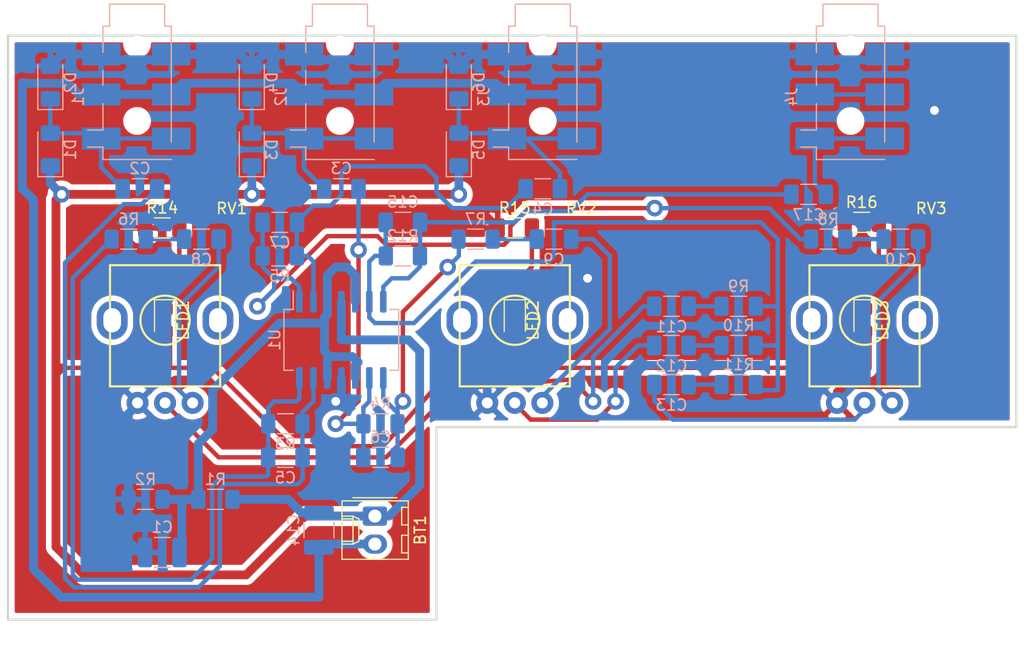
<source format=kicad_pcb>
(kicad_pcb (version 20171130) (host pcbnew 5.1.7-a382d34a8~87~ubuntu20.04.1)
  (layers (0 F.Cu signal) (31 B.Cu signal) (34 B.Paste user) (35 F.Paste user) (36 B.SilkS user) (37 F.SilkS user) (38 B.Mask user) (39 F.Mask user) (44 Edge.Cuts user))
  (net 0 "")
  (net 1 GNDswitch)
  (net 2 GND)
  (net 3 4.5V)
  (net 4 "Net-(C2-Pad1)")
  (net 5 "Net-(C2-Pad2)")
  (net 6 "Net-(C3-Pad2)")
  (net 7 "Net-(C3-Pad1)")
  (net 8 "Net-(C4-Pad1)")
  (net 9 "Net-(C4-Pad2)")
  (net 10 "Net-(C5-Pad1)")
  (net 11 "Net-(C6-Pad1)")
  (net 12 "Net-(C7-Pad1)")
  (net 13 "Net-(C8-Pad2)")
  (net 14 "Net-(C8-Pad1)")
  (net 15 "Net-(C9-Pad1)")
  (net 16 "Net-(C9-Pad2)")
  (net 17 "Net-(C10-Pad1)")
  (net 18 "Net-(C10-Pad2)")
  (net 19 "Net-(C11-Pad1)")
  (net 20 "Net-(C11-Pad2)")
  (net 21 "Net-(C12-Pad2)")
  (net 22 "Net-(C12-Pad1)")
  (net 23 "Net-(C13-Pad1)")
  (net 24 "Net-(C13-Pad2)")
  (net 25 "Net-(C15-Pad2)")
  (net 26 "Net-(C15-Pad1)")
  (net 27 "Net-(C17-Pad2)")
  (net 28 +9V)
  (net 29 "Net-(LED1-Pad1)")
  (net 30 "Net-(LED2-Pad1)")
  (net 31 "Net-(LED3-Pad1)")
  (net 32 "Net-(J4-PadR)")
  (module 3Channel-PiezoAmp:RD901F-ALPHA-3D (layer F.Cu) (at 54.61 80.01)
    (fp_text reference RV1 (at 6.05 -10.15) (layer F.SilkS))
    (fp_text value Pot1)
    (pad 3 thru_hole circle (at -2.5 7.5) (size 2 2) (drill 1) (layers *.Cu *.Mask) (net 2 GND))
    (pad 2 thru_hole circle (at 0 7.5) (size 2 2) (drill 1) (layers *.Cu *.Mask) (net 19 "Net-(C11-Pad1)"))
    (pad 1 thru_hole circle (at 2.5 7.5) (size 2 2) (drill 1) (layers *.Cu *.Mask) (net 13 "Net-(C8-Pad2)"))
    (pad "" thru_hole oval (at -4.8 0) (size 2.8 3.5) (drill oval 1.6 2.2) (layers *.Cu *.Mask))
    (pad "" thru_hole oval (at 4.8 0) (size 2.8 3.5) (drill oval 1.6 2.2) (layers *.Cu *.Mask))
  )
  (module 3Channel-PiezoAmp:RD901F-ALPHA-3D (layer F.Cu) (at 86.36 80.01)
    (fp_text reference RV2 (at 6.05 -10.15) (layer F.SilkS))
    (fp_text value Pot2)
    (pad 3 thru_hole circle (at -2.5 7.5) (size 2 2) (drill 1) (layers *.Cu *.Mask) (net 2 GND))
    (pad 2 thru_hole circle (at 0 7.5) (size 2 2) (drill 1) (layers *.Cu *.Mask) (net 22 "Net-(C12-Pad1)"))
    (pad 1 thru_hole circle (at 2.5 7.5) (size 2 2) (drill 1) (layers *.Cu *.Mask) (net 16 "Net-(C9-Pad2)"))
    (pad "" thru_hole oval (at -4.8 0) (size 2.8 3.5) (drill oval 1.6 2.2) (layers *.Cu *.Mask))
    (pad "" thru_hole oval (at 4.8 0) (size 2.8 3.5) (drill oval 1.6 2.2) (layers *.Cu *.Mask))
  )
  (module 3Channel-PiezoAmp:RD901F-ALPHA-3D (layer F.Cu) (at 118.11 80.01)
    (fp_text reference RV3 (at 6.05 -10.15) (layer F.SilkS))
    (fp_text value Pot3)
    (pad 3 thru_hole circle (at -2.5 7.5) (size 2 2) (drill 1) (layers *.Cu *.Mask) (net 2 GND))
    (pad 2 thru_hole circle (at 0 7.5) (size 2 2) (drill 1) (layers *.Cu *.Mask) (net 23 "Net-(C13-Pad1)"))
    (pad 1 thru_hole circle (at 2.5 7.5) (size 2 2) (drill 1) (layers *.Cu *.Mask) (net 18 "Net-(C10-Pad2)"))
    (pad "" thru_hole oval (at -4.8 0) (size 2.8 3.5) (drill oval 1.6 2.2) (layers *.Cu *.Mask))
    (pad "" thru_hole oval (at 4.8 0) (size 2.8 3.5) (drill oval 1.6 2.2) (layers *.Cu *.Mask))
  )
  (module Connector_Molex:Molex_KK-254_AE-6410-02A_1x02_P2.54mm_Vertical (layer F.Cu) (at 73.66 97.79 270)
    (fp_text reference BT1 (at 1.27 -4.12 90) (layer F.SilkS))
    (fp_text value Battery)
    (pad 1 thru_hole roundrect (at 0 0 270) (size 1.74 2.19) (drill 1.19) (layers *.Cu *.Mask) (roundrect_rratio 0.1436775862068966) (net 28 +9V))
    (pad 2 thru_hole oval (at 2.54 0 270) (size 1.74 2.19) (drill 1.19) (layers *.Cu *.Mask) (net 1 GNDswitch))
  )
  (module Capacitor_SMD:C_1210_3225Metric_Pad1.33x2.70mm_HandSolder (layer B.Cu) (at 54.356 101.092 180)
    (fp_text reference C1 (at 0 2.3) (layer B.SilkS) (effects (justify mirror)))
    (fp_text value 10uF)
    (pad 2 smd roundrect (at 1.5625 0 180) (size 1.325 2.7) (layers B.Cu B.Paste B.Mask) (roundrect_rratio 0.1886784905660377) (net 2 GND))
    (pad 1 smd roundrect (at -1.5625 0 180) (size 1.325 2.7) (layers B.Cu B.Paste B.Mask) (roundrect_rratio 0.1886784905660377) (net 3 4.5V))
  )
  (module Capacitor_SMD:C_1210_3225Metric_Pad1.33x2.70mm_HandSolder (layer B.Cu) (at 68.58 99.06 270)
    (fp_text reference C14 (at 0 2.3 90) (layer B.SilkS) (effects (justify mirror)))
    (fp_text value 100uF)
    (pad 2 smd roundrect (at 1.5625 0 270) (size 1.325 2.7) (layers B.Cu B.Paste B.Mask) (roundrect_rratio 0.1886784905660377) (net 1 GNDswitch))
    (pad 1 smd roundrect (at -1.5625 0 270) (size 1.325 2.7) (layers B.Cu B.Paste B.Mask) (roundrect_rratio 0.1886784905660377) (net 28 +9V))
  )
  (module Diode_SMD:D_1206_3216Metric_Pad1.42x1.75mm_HandSolder (layer B.Cu) (at 44.196 64.516 90)
    (fp_text reference D1 (at 0 1.82 90) (layer B.SilkS) (effects (justify mirror)))
    (fp_text value 1N4148)
    (pad 2 smd roundrect (at 1.4875 0 90) (size 1.425 1.75) (layers B.Cu B.Paste B.Mask) (roundrect_rratio 0.1754385964912281) (net 5 "Net-(C2-Pad2)"))
    (pad 1 smd roundrect (at -1.4875 0 90) (size 1.425 1.75) (layers B.Cu B.Paste B.Mask) (roundrect_rratio 0.1754385964912281) (net 28 +9V))
  )
  (module Diode_SMD:D_1206_3216Metric_Pad1.42x1.75mm_HandSolder (layer B.Cu) (at 44.196 58.42 90)
    (fp_text reference D2 (at 0 1.82 90) (layer B.SilkS) (effects (justify mirror)))
    (fp_text value 1N4148)
    (pad 1 smd roundrect (at -1.4875 0 90) (size 1.425 1.75) (layers B.Cu B.Paste B.Mask) (roundrect_rratio 0.1754385964912281) (net 5 "Net-(C2-Pad2)"))
    (pad 2 smd roundrect (at 1.4875 0 90) (size 1.425 1.75) (layers B.Cu B.Paste B.Mask) (roundrect_rratio 0.1754385964912281) (net 2 GND))
  )
  (module Diode_SMD:D_1206_3216Metric_Pad1.42x1.75mm_HandSolder (layer B.Cu) (at 62.484 64.516 90)
    (fp_text reference D3 (at 0 1.82 90) (layer B.SilkS) (effects (justify mirror)))
    (fp_text value 1N4148)
    (pad 2 smd roundrect (at 1.4875 0 90) (size 1.425 1.75) (layers B.Cu B.Paste B.Mask) (roundrect_rratio 0.1754385964912281) (net 6 "Net-(C3-Pad2)"))
    (pad 1 smd roundrect (at -1.4875 0 90) (size 1.425 1.75) (layers B.Cu B.Paste B.Mask) (roundrect_rratio 0.1754385964912281) (net 28 +9V))
  )
  (module Diode_SMD:D_1206_3216Metric_Pad1.42x1.75mm_HandSolder (layer B.Cu) (at 62.484 58.42 90)
    (fp_text reference D4 (at 0 1.82 90) (layer B.SilkS) (effects (justify mirror)))
    (fp_text value 1N4148)
    (pad 1 smd roundrect (at -1.4875 0 90) (size 1.425 1.75) (layers B.Cu B.Paste B.Mask) (roundrect_rratio 0.1754385964912281) (net 6 "Net-(C3-Pad2)"))
    (pad 2 smd roundrect (at 1.4875 0 90) (size 1.425 1.75) (layers B.Cu B.Paste B.Mask) (roundrect_rratio 0.1754385964912281) (net 2 GND))
  )
  (module Diode_SMD:D_1206_3216Metric_Pad1.42x1.75mm_HandSolder (layer B.Cu) (at 81.28 64.516 90)
    (fp_text reference D5 (at 0 1.82 90) (layer B.SilkS) (effects (justify mirror)))
    (fp_text value 1N4148)
    (pad 1 smd roundrect (at -1.4875 0 90) (size 1.425 1.75) (layers B.Cu B.Paste B.Mask) (roundrect_rratio 0.1754385964912281) (net 28 +9V))
    (pad 2 smd roundrect (at 1.4875 0 90) (size 1.425 1.75) (layers B.Cu B.Paste B.Mask) (roundrect_rratio 0.1754385964912281) (net 9 "Net-(C4-Pad2)"))
  )
  (module Diode_SMD:D_1206_3216Metric_Pad1.42x1.75mm_HandSolder (layer B.Cu) (at 81.28 58.42 90)
    (fp_text reference D6 (at 0 1.82 90) (layer B.SilkS) (effects (justify mirror)))
    (fp_text value 1N4148)
    (pad 2 smd roundrect (at 1.4875 0 90) (size 1.425 1.75) (layers B.Cu B.Paste B.Mask) (roundrect_rratio 0.1754385964912281) (net 2 GND))
    (pad 1 smd roundrect (at -1.4875 0 90) (size 1.425 1.75) (layers B.Cu B.Paste B.Mask) (roundrect_rratio 0.1754385964912281) (net 9 "Net-(C4-Pad2)"))
  )
  (module LED_SMD:LED_0805_2012Metric_Pad1.15x1.40mm_HandSolder (layer F.Cu) (at 54.61 80.01 270)
    (fp_text reference LED1 (at 0 -1.65 90) (layer F.SilkS))
    (fp_text value LED1)
    (pad 1 smd roundrect (at -1.025 0 270) (size 1.15 1.4) (layers F.Cu F.Paste F.Mask) (roundrect_rratio 0.2173904347826087) (net 29 "Net-(LED1-Pad1)"))
    (pad 2 smd roundrect (at 1.025 0 270) (size 1.15 1.4) (layers F.Cu F.Paste F.Mask) (roundrect_rratio 0.2173904347826087) (net 28 +9V))
  )
  (module LED_SMD:LED_0805_2012Metric_Pad1.15x1.40mm_HandSolder (layer F.Cu) (at 86.36 80.01 270)
    (fp_text reference LED2 (at 0 -1.65 90) (layer F.SilkS))
    (fp_text value LED2)
    (pad 1 smd roundrect (at -1.025 0 270) (size 1.15 1.4) (layers F.Cu F.Paste F.Mask) (roundrect_rratio 0.2173904347826087) (net 30 "Net-(LED2-Pad1)"))
    (pad 2 smd roundrect (at 1.025 0 270) (size 1.15 1.4) (layers F.Cu F.Paste F.Mask) (roundrect_rratio 0.2173904347826087) (net 28 +9V))
  )
  (module LED_SMD:LED_0805_2012Metric_Pad1.15x1.40mm_HandSolder (layer F.Cu) (at 118.11 80.01 270)
    (fp_text reference LED3 (at 0 -1.65 90) (layer F.SilkS))
    (fp_text value LED3)
    (pad 2 smd roundrect (at 1.025 0 270) (size 1.15 1.4) (layers F.Cu F.Paste F.Mask) (roundrect_rratio 0.2173904347826087) (net 28 +9V))
    (pad 1 smd roundrect (at -1.025 0 270) (size 1.15 1.4) (layers F.Cu F.Paste F.Mask) (roundrect_rratio 0.2173904347826087) (net 31 "Net-(LED3-Pad1)"))
  )
  (module Resistor_SMD:R_1206_3216Metric_Pad1.30x1.75mm_HandSolder (layer B.Cu) (at 59.182 96.266 180)
    (fp_text reference R1 (at 0 1.82) (layer B.SilkS) (effects (justify mirror)))
    (fp_text value 10k)
    (pad 2 smd roundrect (at 1.55 0 180) (size 1.3 1.75) (layers B.Cu B.Paste B.Mask) (roundrect_rratio 0.1923076923076923) (net 3 4.5V))
    (pad 1 smd roundrect (at -1.55 0 180) (size 1.3 1.75) (layers B.Cu B.Paste B.Mask) (roundrect_rratio 0.1923076923076923) (net 28 +9V))
  )
  (module Resistor_SMD:R_1206_3216Metric_Pad1.30x1.75mm_HandSolder (layer B.Cu) (at 52.832 96.266 180)
    (fp_text reference R2 (at 0 1.82) (layer B.SilkS) (effects (justify mirror)))
    (fp_text value 10k)
    (pad 1 smd roundrect (at -1.55 0 180) (size 1.3 1.75) (layers B.Cu B.Paste B.Mask) (roundrect_rratio 0.1923076923076923) (net 3 4.5V))
    (pad 2 smd roundrect (at 1.55 0 180) (size 1.3 1.75) (layers B.Cu B.Paste B.Mask) (roundrect_rratio 0.1923076923076923) (net 2 GND))
  )
  (module Resistor_SMD:R_1206_3216Metric_Pad1.30x1.75mm_HandSolder (layer B.Cu) (at 65.532 89.408)
    (fp_text reference R3 (at 0 1.82) (layer B.SilkS) (effects (justify mirror)))
    (fp_text value 2.2M)
    (pad 2 smd roundrect (at 1.55 0) (size 1.3 1.75) (layers B.Cu B.Paste B.Mask) (roundrect_rratio 0.1923076923076923) (net 4 "Net-(C2-Pad1)"))
    (pad 1 smd roundrect (at -1.55 0) (size 1.3 1.75) (layers B.Cu B.Paste B.Mask) (roundrect_rratio 0.1923076923076923) (net 10 "Net-(C5-Pad1)"))
  )
  (module Resistor_SMD:R_1206_3216Metric_Pad1.30x1.75mm_HandSolder (layer B.Cu) (at 74.168 89.408 180)
    (fp_text reference R4 (at 0 1.82) (layer B.SilkS) (effects (justify mirror)))
    (fp_text value 2.2M)
    (pad 1 smd roundrect (at -1.55 0 180) (size 1.3 1.75) (layers B.Cu B.Paste B.Mask) (roundrect_rratio 0.1923076923076923) (net 11 "Net-(C6-Pad1)"))
    (pad 2 smd roundrect (at 1.55 0 180) (size 1.3 1.75) (layers B.Cu B.Paste B.Mask) (roundrect_rratio 0.1923076923076923) (net 7 "Net-(C3-Pad1)"))
  )
  (module Resistor_SMD:R_1206_3216Metric_Pad1.30x1.75mm_HandSolder (layer B.Cu) (at 65.024 74.168)
    (fp_text reference R5 (at 0 1.82) (layer B.SilkS) (effects (justify mirror)))
    (fp_text value 2.2M)
    (pad 2 smd roundrect (at 1.55 0) (size 1.3 1.75) (layers B.Cu B.Paste B.Mask) (roundrect_rratio 0.1923076923076923) (net 8 "Net-(C4-Pad1)"))
    (pad 1 smd roundrect (at -1.55 0) (size 1.3 1.75) (layers B.Cu B.Paste B.Mask) (roundrect_rratio 0.1923076923076923) (net 12 "Net-(C7-Pad1)"))
  )
  (module Resistor_SMD:R_1206_3216Metric_Pad1.30x1.75mm_HandSolder (layer B.Cu) (at 51.308 72.644 180)
    (fp_text reference R6 (at 0 1.82) (layer B.SilkS) (effects (justify mirror)))
    (fp_text value 1k)
    (pad 1 smd roundrect (at -1.55 0 180) (size 1.3 1.75) (layers B.Cu B.Paste B.Mask) (roundrect_rratio 0.1923076923076923) (net 14 "Net-(C8-Pad1)"))
    (pad 2 smd roundrect (at 1.55 0 180) (size 1.3 1.75) (layers B.Cu B.Paste B.Mask) (roundrect_rratio 0.1923076923076923) (net 10 "Net-(C5-Pad1)"))
  )
  (module Resistor_SMD:R_1206_3216Metric_Pad1.30x1.75mm_HandSolder (layer B.Cu) (at 82.804 72.644 180)
    (fp_text reference R7 (at 0 1.82) (layer B.SilkS) (effects (justify mirror)))
    (fp_text value 1k)
    (pad 2 smd roundrect (at 1.55 0 180) (size 1.3 1.75) (layers B.Cu B.Paste B.Mask) (roundrect_rratio 0.1923076923076923) (net 11 "Net-(C6-Pad1)"))
    (pad 1 smd roundrect (at -1.55 0 180) (size 1.3 1.75) (layers B.Cu B.Paste B.Mask) (roundrect_rratio 0.1923076923076923) (net 15 "Net-(C9-Pad1)"))
  )
  (module Resistor_SMD:R_1206_3216Metric_Pad1.30x1.75mm_HandSolder (layer B.Cu) (at 114.808 72.644 180)
    (fp_text reference R8 (at 0 1.82) (layer B.SilkS) (effects (justify mirror)))
    (fp_text value 1k)
    (pad 2 smd roundrect (at 1.55 0 180) (size 1.3 1.75) (layers B.Cu B.Paste B.Mask) (roundrect_rratio 0.1923076923076923) (net 12 "Net-(C7-Pad1)"))
    (pad 1 smd roundrect (at -1.55 0 180) (size 1.3 1.75) (layers B.Cu B.Paste B.Mask) (roundrect_rratio 0.1923076923076923) (net 17 "Net-(C10-Pad1)"))
  )
  (module Resistor_SMD:R_1206_3216Metric_Pad1.30x1.75mm_HandSolder (layer B.Cu) (at 106.68 78.74 180)
    (fp_text reference R9 (at 0 1.82) (layer B.SilkS) (effects (justify mirror)))
    (fp_text value 10k)
    (pad 2 smd roundrect (at 1.55 0 180) (size 1.3 1.75) (layers B.Cu B.Paste B.Mask) (roundrect_rratio 0.1923076923076923) (net 20 "Net-(C11-Pad2)"))
    (pad 1 smd roundrect (at -1.55 0 180) (size 1.3 1.75) (layers B.Cu B.Paste B.Mask) (roundrect_rratio 0.1923076923076923) (net 25 "Net-(C15-Pad2)"))
  )
  (module Resistor_SMD:R_1206_3216Metric_Pad1.30x1.75mm_HandSolder (layer B.Cu) (at 106.68 82.296 180)
    (fp_text reference R10 (at 0 1.82) (layer B.SilkS) (effects (justify mirror)))
    (fp_text value 10k)
    (pad 1 smd roundrect (at -1.55 0 180) (size 1.3 1.75) (layers B.Cu B.Paste B.Mask) (roundrect_rratio 0.1923076923076923) (net 25 "Net-(C15-Pad2)"))
    (pad 2 smd roundrect (at 1.55 0 180) (size 1.3 1.75) (layers B.Cu B.Paste B.Mask) (roundrect_rratio 0.1923076923076923) (net 21 "Net-(C12-Pad2)"))
  )
  (module Resistor_SMD:R_1206_3216Metric_Pad1.30x1.75mm_HandSolder (layer B.Cu) (at 106.68 85.852 180)
    (fp_text reference R11 (at 0 1.82) (layer B.SilkS) (effects (justify mirror)))
    (fp_text value 10k)
    (pad 1 smd roundrect (at -1.55 0 180) (size 1.3 1.75) (layers B.Cu B.Paste B.Mask) (roundrect_rratio 0.1923076923076923) (net 25 "Net-(C15-Pad2)"))
    (pad 2 smd roundrect (at 1.55 0 180) (size 1.3 1.75) (layers B.Cu B.Paste B.Mask) (roundrect_rratio 0.1923076923076923) (net 24 "Net-(C13-Pad2)"))
  )
  (module Resistor_SMD:R_1206_3216Metric_Pad1.30x1.75mm_HandSolder (layer B.Cu) (at 76.2 74.168 180)
    (fp_text reference R12 (at 0 1.82) (layer B.SilkS) (effects (justify mirror)))
    (fp_text value 10k)
    (pad 1 smd roundrect (at -1.55 0 180) (size 1.3 1.75) (layers B.Cu B.Paste B.Mask) (roundrect_rratio 0.1923076923076923) (net 26 "Net-(C15-Pad1)"))
    (pad 2 smd roundrect (at 1.55 0 180) (size 1.3 1.75) (layers B.Cu B.Paste B.Mask) (roundrect_rratio 0.1923076923076923) (net 25 "Net-(C15-Pad2)"))
  )
  (module Resistor_SMD:R_1206_3216Metric_Pad1.30x1.75mm_HandSolder (layer F.Cu) (at 54.356 71.628)
    (fp_text reference R14 (at 0 -1.82) (layer F.SilkS))
    (fp_text value 1k)
    (pad 2 smd roundrect (at 1.55 0) (size 1.3 1.75) (layers F.Cu F.Paste F.Mask) (roundrect_rratio 0.1923076923076923) (net 29 "Net-(LED1-Pad1)"))
    (pad 1 smd roundrect (at -1.55 0) (size 1.3 1.75) (layers F.Cu F.Paste F.Mask) (roundrect_rratio 0.1923076923076923) (net 2 GND))
  )
  (module Resistor_SMD:R_1206_3216Metric_Pad1.30x1.75mm_HandSolder (layer F.Cu) (at 86.36 71.628)
    (fp_text reference R15 (at 0 -1.82) (layer F.SilkS))
    (fp_text value 1k)
    (pad 2 smd roundrect (at 1.55 0) (size 1.3 1.75) (layers F.Cu F.Paste F.Mask) (roundrect_rratio 0.1923076923076923) (net 30 "Net-(LED2-Pad1)"))
    (pad 1 smd roundrect (at -1.55 0) (size 1.3 1.75) (layers F.Cu F.Paste F.Mask) (roundrect_rratio 0.1923076923076923) (net 2 GND))
  )
  (module Resistor_SMD:R_1206_3216Metric_Pad1.30x1.75mm_HandSolder (layer F.Cu) (at 117.856 71.12)
    (fp_text reference R16 (at 0 -1.82) (layer F.SilkS))
    (fp_text value 1k)
    (pad 1 smd roundrect (at -1.55 0) (size 1.3 1.75) (layers F.Cu F.Paste F.Mask) (roundrect_rratio 0.1923076923076923) (net 2 GND))
    (pad 2 smd roundrect (at 1.55 0) (size 1.3 1.75) (layers F.Cu F.Paste F.Mask) (roundrect_rratio 0.1923076923076923) (net 31 "Net-(LED3-Pad1)"))
  )
  (module Package_SO:SO-14_5.3x10.2mm_P1.27mm (layer B.Cu) (at 70.612 81.788 270)
    (fp_text reference U1 (at 0 6.05 90) (layer B.SilkS) (effects (justify mirror)))
    (fp_text value TL074)
    (pad 1 smd roundrect (at -3.4625 3.81 270) (size 1.975 0.6) (layers B.Cu B.Paste B.Mask) (net 12 "Net-(C7-Pad1)"))
    (pad 2 smd roundrect (at -3.4625 2.54 270) (size 1.975 0.6) (layers B.Cu B.Paste B.Mask) (net 8 "Net-(C4-Pad1)"))
    (pad 3 smd roundrect (at -3.4625 1.27 270) (size 1.975 0.6) (layers B.Cu B.Paste B.Mask) (net 3 4.5V))
    (pad 4 smd roundrect (at -3.4625 0 270) (size 1.975 0.6) (layers B.Cu B.Paste B.Mask) (net 28 +9V))
    (pad 5 smd roundrect (at -3.4625 -1.27 270) (size 1.975 0.6) (layers B.Cu B.Paste B.Mask) (net 3 4.5V))
    (pad 6 smd roundrect (at -3.4625 -2.54 270) (size 1.975 0.6) (layers B.Cu B.Paste B.Mask) (net 25 "Net-(C15-Pad2)"))
    (pad 7 smd roundrect (at -3.4625 -3.81 270) (size 1.975 0.6) (layers B.Cu B.Paste B.Mask) (net 26 "Net-(C15-Pad1)"))
    (pad 8 smd roundrect (at 3.4625 -3.81 270) (size 1.975 0.6) (layers B.Cu B.Paste B.Mask) (net 11 "Net-(C6-Pad1)"))
    (pad 9 smd roundrect (at 3.4625 -2.54 270) (size 1.975 0.6) (layers B.Cu B.Paste B.Mask) (net 7 "Net-(C3-Pad1)"))
    (pad 10 smd roundrect (at 3.4625 -1.27 270) (size 1.975 0.6) (layers B.Cu B.Paste B.Mask) (net 3 4.5V))
    (pad 11 smd roundrect (at 3.4625 0 270) (size 1.975 0.6) (layers B.Cu B.Paste B.Mask) (net 2 GND))
    (pad 12 smd roundrect (at 3.4625 1.27 270) (size 1.975 0.6) (layers B.Cu B.Paste B.Mask) (net 3 4.5V))
    (pad 13 smd roundrect (at 3.4625 2.54 270) (size 1.975 0.6) (layers B.Cu B.Paste B.Mask) (net 4 "Net-(C2-Pad1)"))
    (pad 14 smd roundrect (at 3.4625 3.81 270) (size 1.975 0.6) (layers B.Cu B.Paste B.Mask) (net 10 "Net-(C5-Pad1)"))
  )
  (module Capacitor_SMD:C_1206_3216Metric_Pad1.33x1.80mm_HandSolder (layer B.Cu) (at 52.324 68.072 180)
    (fp_text reference C2 (at 0 1.85) (layer B.SilkS) (effects (justify mirror)))
    (fp_text value 100nF)
    (pad 1 smd roundrect (at -1.5625 0 180) (size 1.325 1.8) (layers B.Cu B.Paste B.Mask) (roundrect_rratio 0.1886784905660377) (net 4 "Net-(C2-Pad1)"))
    (pad 2 smd roundrect (at 1.5625 0 180) (size 1.325 1.8) (layers B.Cu B.Paste B.Mask) (roundrect_rratio 0.1886784905660377) (net 5 "Net-(C2-Pad2)"))
  )
  (module Capacitor_SMD:C_1206_3216Metric_Pad1.33x1.80mm_HandSolder (layer B.Cu) (at 70.612 68.072 180)
    (fp_text reference C3 (at 0 1.85) (layer B.SilkS) (effects (justify mirror)))
    (fp_text value 100nF)
    (pad 1 smd roundrect (at -1.5625 0 180) (size 1.325 1.8) (layers B.Cu B.Paste B.Mask) (roundrect_rratio 0.1886784905660377) (net 7 "Net-(C3-Pad1)"))
    (pad 2 smd roundrect (at 1.5625 0 180) (size 1.325 1.8) (layers B.Cu B.Paste B.Mask) (roundrect_rratio 0.1886784905660377) (net 6 "Net-(C3-Pad2)"))
  )
  (module Capacitor_SMD:C_1206_3216Metric_Pad1.33x1.80mm_HandSolder (layer B.Cu) (at 88.9 68.072)
    (fp_text reference C4 (at 0 1.85) (layer B.SilkS) (effects (justify mirror)))
    (fp_text value 100nF)
    (pad 1 smd roundrect (at -1.5625 0) (size 1.325 1.8) (layers B.Cu B.Paste B.Mask) (roundrect_rratio 0.1886784905660377) (net 8 "Net-(C4-Pad1)"))
    (pad 2 smd roundrect (at 1.5625 0) (size 1.325 1.8) (layers B.Cu B.Paste B.Mask) (roundrect_rratio 0.1886784905660377) (net 9 "Net-(C4-Pad2)"))
  )
  (module Capacitor_SMD:C_1206_3216Metric_Pad1.33x1.80mm_HandSolder (layer B.Cu) (at 65.532 92.456)
    (fp_text reference C5 (at 0 1.85) (layer B.SilkS) (effects (justify mirror)))
    (fp_text value 1nF)
    (pad 2 smd roundrect (at 1.5625 0) (size 1.325 1.8) (layers B.Cu B.Paste B.Mask) (roundrect_rratio 0.1886784905660377) (net 4 "Net-(C2-Pad1)"))
    (pad 1 smd roundrect (at -1.5625 0) (size 1.325 1.8) (layers B.Cu B.Paste B.Mask) (roundrect_rratio 0.1886784905660377) (net 10 "Net-(C5-Pad1)"))
  )
  (module Capacitor_SMD:C_1206_3216Metric_Pad1.33x1.80mm_HandSolder (layer B.Cu) (at 74.168 92.456 180)
    (fp_text reference C6 (at 0 1.85) (layer B.SilkS) (effects (justify mirror)))
    (fp_text value 1nF)
    (pad 1 smd roundrect (at -1.5625 0 180) (size 1.325 1.8) (layers B.Cu B.Paste B.Mask) (roundrect_rratio 0.1886784905660377) (net 11 "Net-(C6-Pad1)"))
    (pad 2 smd roundrect (at 1.5625 0 180) (size 1.325 1.8) (layers B.Cu B.Paste B.Mask) (roundrect_rratio 0.1886784905660377) (net 7 "Net-(C3-Pad1)"))
  )
  (module Capacitor_SMD:C_1206_3216Metric_Pad1.33x1.80mm_HandSolder (layer B.Cu) (at 65.024 71.12)
    (fp_text reference C7 (at 0 1.85) (layer B.SilkS) (effects (justify mirror)))
    (fp_text value 1nF)
    (pad 2 smd roundrect (at 1.5625 0) (size 1.325 1.8) (layers B.Cu B.Paste B.Mask) (roundrect_rratio 0.1886784905660377) (net 8 "Net-(C4-Pad1)"))
    (pad 1 smd roundrect (at -1.5625 0) (size 1.325 1.8) (layers B.Cu B.Paste B.Mask) (roundrect_rratio 0.1886784905660377) (net 12 "Net-(C7-Pad1)"))
  )
  (module Capacitor_SMD:C_1206_3216Metric_Pad1.33x1.80mm_HandSolder (layer B.Cu) (at 57.912 72.644)
    (fp_text reference C8 (at 0 1.85) (layer B.SilkS) (effects (justify mirror)))
    (fp_text value 1uF)
    (pad 1 smd roundrect (at -1.5625 0) (size 1.325 1.8) (layers B.Cu B.Paste B.Mask) (roundrect_rratio 0.1886784905660377) (net 14 "Net-(C8-Pad1)"))
    (pad 2 smd roundrect (at 1.5625 0) (size 1.325 1.8) (layers B.Cu B.Paste B.Mask) (roundrect_rratio 0.1886784905660377) (net 13 "Net-(C8-Pad2)"))
  )
  (module Capacitor_SMD:C_1206_3216Metric_Pad1.33x1.80mm_HandSolder (layer B.Cu) (at 89.916 72.644)
    (fp_text reference C9 (at 0 1.85) (layer B.SilkS) (effects (justify mirror)))
    (fp_text value 1uF)
    (pad 1 smd roundrect (at -1.5625 0) (size 1.325 1.8) (layers B.Cu B.Paste B.Mask) (roundrect_rratio 0.1886784905660377) (net 15 "Net-(C9-Pad1)"))
    (pad 2 smd roundrect (at 1.5625 0) (size 1.325 1.8) (layers B.Cu B.Paste B.Mask) (roundrect_rratio 0.1886784905660377) (net 16 "Net-(C9-Pad2)"))
  )
  (module Capacitor_SMD:C_1206_3216Metric_Pad1.33x1.80mm_HandSolder (layer B.Cu) (at 121.412 72.644)
    (fp_text reference C10 (at 0 1.85) (layer B.SilkS) (effects (justify mirror)))
    (fp_text value 1uF)
    (pad 2 smd roundrect (at 1.5625 0) (size 1.325 1.8) (layers B.Cu B.Paste B.Mask) (roundrect_rratio 0.1886784905660377) (net 18 "Net-(C10-Pad2)"))
    (pad 1 smd roundrect (at -1.5625 0) (size 1.325 1.8) (layers B.Cu B.Paste B.Mask) (roundrect_rratio 0.1886784905660377) (net 17 "Net-(C10-Pad1)"))
  )
  (module Capacitor_SMD:C_1206_3216Metric_Pad1.33x1.80mm_HandSolder (layer B.Cu) (at 100.584 78.74)
    (fp_text reference C11 (at 0 1.85) (layer B.SilkS) (effects (justify mirror)))
    (fp_text value 1uF)
    (pad 2 smd roundrect (at 1.5625 0) (size 1.325 1.8) (layers B.Cu B.Paste B.Mask) (roundrect_rratio 0.1886784905660377) (net 20 "Net-(C11-Pad2)"))
    (pad 1 smd roundrect (at -1.5625 0) (size 1.325 1.8) (layers B.Cu B.Paste B.Mask) (roundrect_rratio 0.1886784905660377) (net 19 "Net-(C11-Pad1)"))
  )
  (module Capacitor_SMD:C_1206_3216Metric_Pad1.33x1.80mm_HandSolder (layer B.Cu) (at 100.584 82.296)
    (fp_text reference C12 (at 0 1.85) (layer B.SilkS) (effects (justify mirror)))
    (fp_text value 1uF)
    (pad 2 smd roundrect (at 1.5625 0) (size 1.325 1.8) (layers B.Cu B.Paste B.Mask) (roundrect_rratio 0.1886784905660377) (net 21 "Net-(C12-Pad2)"))
    (pad 1 smd roundrect (at -1.5625 0) (size 1.325 1.8) (layers B.Cu B.Paste B.Mask) (roundrect_rratio 0.1886784905660377) (net 22 "Net-(C12-Pad1)"))
  )
  (module Capacitor_SMD:C_1206_3216Metric_Pad1.33x1.80mm_HandSolder (layer B.Cu) (at 100.584 85.852)
    (fp_text reference C13 (at 0 1.85) (layer B.SilkS) (effects (justify mirror)))
    (fp_text value 1uF)
    (pad 2 smd roundrect (at 1.5625 0) (size 1.325 1.8) (layers B.Cu B.Paste B.Mask) (roundrect_rratio 0.1886784905660377) (net 24 "Net-(C13-Pad2)"))
    (pad 1 smd roundrect (at -1.5625 0) (size 1.325 1.8) (layers B.Cu B.Paste B.Mask) (roundrect_rratio 0.1886784905660377) (net 23 "Net-(C13-Pad1)"))
  )
  (module Capacitor_SMD:C_1206_3216Metric_Pad1.33x1.80mm_HandSolder (layer B.Cu) (at 76.2 71.12 180)
    (fp_text reference C15 (at 0 1.85) (layer B.SilkS) (effects (justify mirror)))
    (fp_text value 10pF)
    (pad 2 smd roundrect (at 1.5625 0 180) (size 1.325 1.8) (layers B.Cu B.Paste B.Mask) (roundrect_rratio 0.1886784905660377) (net 25 "Net-(C15-Pad2)"))
    (pad 1 smd roundrect (at -1.5625 0 180) (size 1.325 1.8) (layers B.Cu B.Paste B.Mask) (roundrect_rratio 0.1886784905660377) (net 26 "Net-(C15-Pad1)"))
  )
  (module Capacitor_SMD:C_1206_3216Metric_Pad1.33x1.80mm_HandSolder (layer B.Cu) (at 113.03 68.58)
    (fp_text reference C17 (at 0 1.85) (layer B.SilkS) (effects (justify mirror)))
    (fp_text value 10nF)
    (pad 1 smd roundrect (at -1.5625 0) (size 1.325 1.8) (layers B.Cu B.Paste B.Mask) (roundrect_rratio 0.1886784905660377) (net 26 "Net-(C15-Pad1)"))
    (pad 2 smd roundrect (at 1.5625 0) (size 1.325 1.8) (layers B.Cu B.Paste B.Mask) (roundrect_rratio 0.1886784905660377) (net 27 "Net-(C17-Pad2)"))
  )
  (module 3Channel-PiezoAmp:Jack_3.5mm_dusjagr_Horizontal (layer B.Cu) (at 52.07 59.69 270)
    (fp_text reference J1 (at 0.05 5.35 90) (layer B.SilkS) (effects (justify mirror)))
    (fp_text value InputJack1)
    (pad R smd rect (at -0.175 -3.1 270) (size 2 3.5) (layers B.Cu B.Paste B.Mask) (net 1 GNDswitch))
    (pad T smd rect (at 3.825 -3.1 270) (size 2 3.5) (layers B.Cu B.Paste B.Mask) (net 5 "Net-(C2-Pad2)"))
    (pad S smd rect (at -3.81 -3.1 270) (size 2 3.5) (layers B.Cu B.Paste B.Mask) (net 2 GND))
    (pad S smd rect (at -3.81 3.25 270) (size 2 3.5) (layers B.Cu B.Paste B.Mask) (net 2 GND))
    (pad T smd rect (at 3.825 3.25 270) (size 2 3.5) (layers B.Cu B.Paste B.Mask) (net 5 "Net-(C2-Pad2)"))
    (pad R smd rect (at -0.175 3.25 270) (size 2 3.5) (layers B.Cu B.Paste B.Mask) (net 1 GNDswitch))
    (pad "" np_thru_hole circle (at -4.775 0 270) (size 1.5 1.5) (drill 1.5) (layers *.Cu *.Mask))
    (pad "" np_thru_hole circle (at 2.225 0 270) (size 1.5 1.5) (drill 1.5) (layers *.Cu *.Mask))
  )
  (module 3Channel-PiezoAmp:Jack_3.5mm_dusjagr_Horizontal (layer B.Cu) (at 70.485 59.69 270)
    (fp_text reference J2 (at 0.05 5.35 90) (layer B.SilkS) (effects (justify mirror)))
    (fp_text value InputJack2)
    (pad "" np_thru_hole circle (at 2.225 0 270) (size 1.5 1.5) (drill 1.5) (layers *.Cu *.Mask))
    (pad "" np_thru_hole circle (at -4.775 0 270) (size 1.5 1.5) (drill 1.5) (layers *.Cu *.Mask))
    (pad R smd rect (at -0.175 3.25 270) (size 2 3.5) (layers B.Cu B.Paste B.Mask) (net 1 GNDswitch))
    (pad T smd rect (at 3.825 3.25 270) (size 2 3.5) (layers B.Cu B.Paste B.Mask) (net 6 "Net-(C3-Pad2)"))
    (pad S smd rect (at -3.81 3.25 270) (size 2 3.5) (layers B.Cu B.Paste B.Mask) (net 2 GND))
    (pad S smd rect (at -3.81 -3.1 270) (size 2 3.5) (layers B.Cu B.Paste B.Mask) (net 2 GND))
    (pad T smd rect (at 3.825 -3.1 270) (size 2 3.5) (layers B.Cu B.Paste B.Mask) (net 6 "Net-(C3-Pad2)"))
    (pad R smd rect (at -0.175 -3.1 270) (size 2 3.5) (layers B.Cu B.Paste B.Mask) (net 1 GNDswitch))
  )
  (module 3Channel-PiezoAmp:Jack_3.5mm_dusjagr_Horizontal (layer B.Cu) (at 88.9 59.69 270)
    (fp_text reference J3 (at 0.05 5.35 90) (layer B.SilkS) (effects (justify mirror)))
    (fp_text value InputJack3)
    (pad R smd rect (at -0.175 -3.1 270) (size 2 3.5) (layers B.Cu B.Paste B.Mask) (net 1 GNDswitch))
    (pad T smd rect (at 3.825 -3.1 270) (size 2 3.5) (layers B.Cu B.Paste B.Mask) (net 9 "Net-(C4-Pad2)"))
    (pad S smd rect (at -3.81 -3.1 270) (size 2 3.5) (layers B.Cu B.Paste B.Mask) (net 2 GND))
    (pad S smd rect (at -3.81 3.25 270) (size 2 3.5) (layers B.Cu B.Paste B.Mask) (net 2 GND))
    (pad T smd rect (at 3.825 3.25 270) (size 2 3.5) (layers B.Cu B.Paste B.Mask) (net 9 "Net-(C4-Pad2)"))
    (pad R smd rect (at -0.175 3.25 270) (size 2 3.5) (layers B.Cu B.Paste B.Mask) (net 1 GNDswitch))
    (pad "" np_thru_hole circle (at -4.775 0 270) (size 1.5 1.5) (drill 1.5) (layers *.Cu *.Mask))
    (pad "" np_thru_hole circle (at 2.225 0 270) (size 1.5 1.5) (drill 1.5) (layers *.Cu *.Mask))
  )
  (module 3Channel-PiezoAmp:Jack_3.5mm_dusjagr_Horizontal (layer B.Cu) (at 116.84 59.69 270)
    (fp_text reference J4 (at 0.05 5.35 90) (layer B.SilkS) (effects (justify mirror)))
    (fp_text value OutputJack1)
    (pad "" np_thru_hole circle (at 2.225 0 270) (size 1.5 1.5) (drill 1.5) (layers *.Cu *.Mask))
    (pad "" np_thru_hole circle (at -4.775 0 270) (size 1.5 1.5) (drill 1.5) (layers *.Cu *.Mask))
    (pad R smd rect (at -0.175 3.25 270) (size 2 3.5) (layers B.Cu B.Paste B.Mask) (net 32 "Net-(J4-PadR)"))
    (pad T smd rect (at 3.825 3.25 270) (size 2 3.5) (layers B.Cu B.Paste B.Mask) (net 27 "Net-(C17-Pad2)"))
    (pad S smd rect (at -3.81 3.25 270) (size 2 3.5) (layers B.Cu B.Paste B.Mask) (net 2 GND))
    (pad S smd rect (at -3.81 -3.1 270) (size 2 3.5) (layers B.Cu B.Paste B.Mask) (net 2 GND))
    (pad T smd rect (at 3.825 -3.1 270) (size 2 3.5) (layers B.Cu B.Paste B.Mask) (net 27 "Net-(C17-Pad2)"))
    (pad R smd rect (at -0.175 -3.1 270) (size 2 3.5) (layers B.Cu B.Paste B.Mask) (net 32 "Net-(J4-PadR)"))
  )
  (gr_line (start 79.248 89.717245) (end 79.248 107.188) (layer Edge.Cuts) (width 0.2))
  (gr_line (start 40.34598 107.188) (end 40.34598 54.169544) (layer Edge.Cuts) (width 0.2))
  (gr_line (start 131.893877 54.169544) (end 131.893877 89.717245) (layer Edge.Cuts) (width 0.2))
  (gr_line (start 40.34598 54.169544) (end 131.893877 54.169544) (layer Edge.Cuts) (width 0.2))
  (gr_line (start 131.893877 89.717245) (end 79.248 89.717245) (layer Edge.Cuts) (width 0.2))
  (gr_line (start 79.248 107.188) (end 40.34598 107.188) (layer Edge.Cuts) (width 0.2))
  (segment (start 68.8725 100.33) (end 68.58 100.6225) (width 0.8) (layer B.Cu) (net 1))
  (segment (start 73.66 100.33) (end 68.8725 100.33) (width 0.8) (layer B.Cu) (net 1))
  (segment (start 48.82 59.515) (end 46.815 59.515) (width 0.8) (layer B.Cu) (net 1))
  (segment (start 45.79499 58.49499) (end 41.73099 58.49499) (width 0.8) (layer B.Cu) (net 1))
  (segment (start 46.815 59.515) (end 45.79499 58.49499) (width 0.8) (layer B.Cu) (net 1))
  (segment (start 66.21499 58.49499) (end 67.235 59.515) (width 0.8) (layer B.Cu) (net 1))
  (segment (start 56.19001 58.49499) (end 66.21499 58.49499) (width 0.8) (layer B.Cu) (net 1))
  (segment (start 55.17 59.515) (end 56.19001 58.49499) (width 0.8) (layer B.Cu) (net 1))
  (segment (start 84.62999 58.49499) (end 85.65 59.515) (width 0.8) (layer B.Cu) (net 1))
  (segment (start 74.60501 58.49499) (end 84.62999 58.49499) (width 0.8) (layer B.Cu) (net 1))
  (segment (start 73.585 59.515) (end 74.60501 58.49499) (width 0.8) (layer B.Cu) (net 1))
  (segment (start 67.235 59.515) (end 73.585 59.515) (width 0.8) (layer B.Cu) (net 1))
  (segment (start 85.65 59.515) (end 92 59.515) (width 0.8) (layer B.Cu) (net 1))
  (segment (start 48.82 59.515) (end 55.17 59.515) (width 0.8) (layer B.Cu) (net 1))
  (segment (start 42.672 69.088) (end 41.656 68.072) (width 0.8) (layer B.Cu) (net 1))
  (segment (start 41.656 68.072) (end 41.656 58.42) (width 0.8) (layer B.Cu) (net 1))
  (segment (start 42.672 102.616) (end 42.672 69.088) (width 0.8) (layer B.Cu) (net 1))
  (segment (start 45.212 105.156) (end 42.672 102.616) (width 0.8) (layer B.Cu) (net 1))
  (segment (start 68.58 105.156) (end 45.212 105.156) (width 0.8) (layer B.Cu) (net 1))
  (segment (start 68.58 100.6225) (end 68.58 105.156) (width 0.8) (layer B.Cu) (net 1))
  (segment (start 51.282 96.266) (end 51.282 100.05) (width 0.8) (layer B.Cu) (net 2))
  (segment (start 51.282 88.498) (end 52.15 87.63) (width 0.8) (layer B.Cu) (net 2))
  (segment (start 51.282 96.266) (end 51.282 88.498) (width 0.8) (layer B.Cu) (net 2))
  (segment (start 45.2485 55.88) (end 44.196 56.9325) (width 0.8) (layer B.Cu) (net 2))
  (segment (start 48.82 55.88) (end 45.2485 55.88) (width 0.8) (layer B.Cu) (net 2))
  (segment (start 54.684999 56.365001) (end 55.17 55.88) (width 0.8) (layer B.Cu) (net 2))
  (segment (start 49.305001 56.365001) (end 54.684999 56.365001) (width 0.8) (layer B.Cu) (net 2))
  (segment (start 48.82 55.88) (end 49.305001 56.365001) (width 0.8) (layer B.Cu) (net 2))
  (segment (start 73.099999 56.365001) (end 73.585 55.88) (width 0.8) (layer B.Cu) (net 2))
  (segment (start 67.720001 56.365001) (end 73.099999 56.365001) (width 0.8) (layer B.Cu) (net 2))
  (segment (start 67.235 55.88) (end 67.720001 56.365001) (width 0.8) (layer B.Cu) (net 2))
  (segment (start 63.5365 55.88) (end 62.484 56.9325) (width 0.8) (layer B.Cu) (net 2))
  (segment (start 67.235 55.88) (end 63.5365 55.88) (width 0.8) (layer B.Cu) (net 2))
  (segment (start 82.3325 55.88) (end 81.28 56.9325) (width 0.8) (layer B.Cu) (net 2))
  (segment (start 85.65 55.88) (end 82.3325 55.88) (width 0.8) (layer B.Cu) (net 2))
  (segment (start 91.514999 56.365001) (end 92 55.88) (width 0.8) (layer B.Cu) (net 2))
  (segment (start 86.135001 56.365001) (end 91.514999 56.365001) (width 0.8) (layer B.Cu) (net 2))
  (segment (start 85.65 55.88) (end 86.135001 56.365001) (width 0.8) (layer B.Cu) (net 2))
  (segment (start 92 55.88) (end 113.59 55.88) (width 0.8) (layer B.Cu) (net 2))
  (segment (start 114.075001 56.365001) (end 113.59 55.88) (width 0.8) (layer B.Cu) (net 2))
  (segment (start 119.454999 56.365001) (end 114.075001 56.365001) (width 0.8) (layer B.Cu) (net 2))
  (segment (start 119.94 55.88) (end 119.454999 56.365001) (width 0.8) (layer B.Cu) (net 2))
  (segment (start 61.4315 55.88) (end 62.484 56.9325) (width 0.8) (layer B.Cu) (net 2))
  (segment (start 55.17 55.88) (end 61.4315 55.88) (width 0.8) (layer B.Cu) (net 2))
  (segment (start 80.2275 55.88) (end 81.28 56.9325) (width 0.8) (layer B.Cu) (net 2))
  (segment (start 73.585 55.88) (end 80.2275 55.88) (width 0.8) (layer B.Cu) (net 2))
  (segment (start 119.94 55.88) (end 123.444 55.88) (width 0.8) (layer B.Cu) (net 2))
  (segment (start 123.444 55.88) (end 124.46 56.896) (width 0.8) (layer B.Cu) (net 2))
  (segment (start 116.306 69.114) (end 116.306 71.12) (width 0.8) (layer F.Cu) (net 2))
  (segment (start 126.492 85.344) (end 126.492 69.596) (width 0.8) (layer F.Cu) (net 2))
  (segment (start 125.984 85.852) (end 126.492 85.344) (width 0.8) (layer F.Cu) (net 2))
  (segment (start 126.492 69.596) (end 125.476 68.58) (width 0.8) (layer F.Cu) (net 2))
  (segment (start 116.332 85.852) (end 125.984 85.852) (width 0.8) (layer F.Cu) (net 2))
  (segment (start 115.65 86.534) (end 116.332 85.852) (width 0.8) (layer F.Cu) (net 2))
  (segment (start 116.84 68.58) (end 116.306 69.114) (width 0.8) (layer F.Cu) (net 2))
  (segment (start 115.65 87.63) (end 115.65 86.534) (width 0.8) (layer F.Cu) (net 2))
  (segment (start 124.46 56.896) (end 124.46 60.96) (width 0.8) (layer B.Cu) (net 2))
  (via (at 124.46 60.96) (size 1.5) (drill 0.8) (layers F.Cu B.Cu) (net 2))
  (segment (start 124.46 68.58) (end 124.46 60.96) (width 0.8) (layer F.Cu) (net 2))
  (segment (start 125.476 68.58) (end 124.46 68.58) (width 0.8) (layer F.Cu) (net 2))
  (segment (start 124.46 68.58) (end 116.84 68.58) (width 0.8) (layer F.Cu) (net 2))
  (segment (start 51.282 100.05) (end 52.324 101.092) (width 0.8) (layer B.Cu) (net 2))
  (segment (start 70.612 85.2505) (end 70.612 86.868) (width 0.8) (layer B.Cu) (net 2))
  (via (at 70.104 87.376) (size 1.5) (drill 0.8) (layers F.Cu B.Cu) (net 2))
  (segment (start 70.612 86.868) (end 70.104 87.376) (width 0.8) (layer B.Cu) (net 2))
  (segment (start 83.23499 70.05299) (end 84.81 71.628) (width 0.8) (layer F.Cu) (net 2))
  (segment (start 52.806 70.638) (end 53.39101 70.05299) (width 0.8) (layer F.Cu) (net 2))
  (segment (start 53.39101 70.05299) (end 83.23499 70.05299) (width 0.8) (layer F.Cu) (net 2))
  (segment (start 52.806 71.628) (end 52.806 70.638) (width 0.8) (layer F.Cu) (net 2))
  (segment (start 83.23499 70.05299) (end 83.36301 70.05299) (width 0.8) (layer F.Cu) (net 2))
  (segment (start 83.36301 70.05299) (end 86.36 67.056) (width 0.8) (layer F.Cu) (net 2))
  (segment (start 115.316 67.056) (end 116.84 68.58) (width 0.8) (layer F.Cu) (net 2))
  (segment (start 83.86 87.51) (end 83.86 82.764) (width 0.8) (layer B.Cu) (net 2))
  (via (at 92.964 76.2) (size 1.5) (drill 0.8) (layers F.Cu B.Cu) (net 2))
  (segment (start 90.424 76.2) (end 92.964 76.2) (width 0.8) (layer B.Cu) (net 2))
  (segment (start 83.86 82.764) (end 90.424 76.2) (width 0.8) (layer B.Cu) (net 2))
  (segment (start 92.964 76.2) (end 100.076 76.2) (width 0.8) (layer F.Cu) (net 2))
  (segment (start 104.14 72.136) (end 104.14 67.056) (width 0.8) (layer F.Cu) (net 2))
  (segment (start 100.076 76.2) (end 104.14 72.136) (width 0.8) (layer F.Cu) (net 2))
  (segment (start 104.14 67.056) (end 115.316 67.056) (width 0.8) (layer F.Cu) (net 2))
  (segment (start 86.36 67.056) (end 104.14 67.056) (width 0.8) (layer F.Cu) (net 2))
  (segment (start 56.134 96.266) (end 57.632 96.266) (width 0.8) (layer B.Cu) (net 3))
  (segment (start 54.382 96.266) (end 56.134 96.266) (width 0.8) (layer B.Cu) (net 3))
  (segment (start 57.632 96.266) (end 57.632 91.212) (width 0.8) (layer B.Cu) (net 3))
  (segment (start 57.632 91.212) (end 58.928 89.916) (width 0.8) (layer B.Cu) (net 3))
  (segment (start 58.928 89.916) (end 58.928 86.36) (width 0.8) (layer B.Cu) (net 3))
  (segment (start 58.928 86.36) (end 65.024 80.264) (width 0.8) (layer B.Cu) (net 3))
  (segment (start 65.024 80.264) (end 69.088 80.264) (width 0.8) (layer B.Cu) (net 3))
  (segment (start 69.342 79.502) (end 69.342 78.3255) (width 0.8) (layer B.Cu) (net 3))
  (segment (start 69.088 79.756) (end 69.342 79.502) (width 0.8) (layer B.Cu) (net 3))
  (segment (start 69.088 80.264) (end 69.088 79.756) (width 0.8) (layer B.Cu) (net 3))
  (segment (start 69.342 78.3255) (end 69.342 75.946) (width 0.8) (layer B.Cu) (net 3))
  (segment (start 69.342 75.946) (end 70.104 75.184) (width 0.8) (layer B.Cu) (net 3))
  (segment (start 70.104 75.184) (end 71.12 75.184) (width 0.8) (layer B.Cu) (net 3))
  (segment (start 71.882 75.946) (end 71.882 78.3255) (width 0.8) (layer B.Cu) (net 3))
  (segment (start 71.12 75.184) (end 71.882 75.946) (width 0.8) (layer B.Cu) (net 3))
  (segment (start 69.088 80.264) (end 69.088 82.804) (width 0.8) (layer B.Cu) (net 3))
  (segment (start 69.088 82.804) (end 69.596 83.312) (width 0.8) (layer B.Cu) (net 3))
  (segment (start 69.342 83.566) (end 69.342 85.2505) (width 0.8) (layer B.Cu) (net 3))
  (segment (start 69.596 83.312) (end 69.342 83.566) (width 0.8) (layer B.Cu) (net 3))
  (segment (start 69.596 83.312) (end 71.628 83.312) (width 0.8) (layer B.Cu) (net 3))
  (segment (start 71.628 83.312) (end 72.136 83.82) (width 0.8) (layer B.Cu) (net 3))
  (segment (start 71.882 84.074) (end 71.882 85.2505) (width 0.8) (layer B.Cu) (net 3))
  (segment (start 72.136 83.82) (end 71.882 84.074) (width 0.8) (layer B.Cu) (net 3))
  (segment (start 56.134 100.8765) (end 55.9185 101.092) (width 0.8) (layer B.Cu) (net 3))
  (segment (start 56.134 96.266) (end 56.134 100.8765) (width 0.8) (layer B.Cu) (net 3))
  (segment (start 68.072 85.2505) (end 68.072 87.376) (width 0.4) (layer B.Cu) (net 4))
  (segment (start 68.072 87.376) (end 67.056 88.392) (width 0.4) (layer B.Cu) (net 4))
  (segment (start 67.082 88.418) (end 67.082 89.408) (width 0.4) (layer B.Cu) (net 4))
  (segment (start 67.056 88.392) (end 67.082 88.418) (width 0.4) (layer B.Cu) (net 4))
  (segment (start 67.082 92.4435) (end 67.0945 92.456) (width 0.4) (layer B.Cu) (net 4))
  (segment (start 67.082 89.408) (end 67.082 92.4435) (width 0.4) (layer B.Cu) (net 4))
  (segment (start 60.021332 94.89099) (end 66.65301 94.89099) (width 0.4) (layer B.Cu) (net 4))
  (segment (start 59.58199 95.330332) (end 60.021332 94.89099) (width 0.4) (layer B.Cu) (net 4))
  (segment (start 67.0945 94.4495) (end 67.0945 92.456) (width 0.4) (layer B.Cu) (net 4))
  (segment (start 57.65401 104.25599) (end 59.58199 102.32801) (width 0.4) (layer B.Cu) (net 4))
  (segment (start 46.34399 104.25599) (end 57.65401 104.25599) (width 0.4) (layer B.Cu) (net 4))
  (segment (start 45.52799 74.788332) (end 45.52799 103.43999) (width 0.4) (layer B.Cu) (net 4))
  (segment (start 66.65301 94.89099) (end 67.0945 94.4495) (width 0.4) (layer B.Cu) (net 4))
  (segment (start 50.844312 69.47201) (end 45.52799 74.788332) (width 0.4) (layer B.Cu) (net 4))
  (segment (start 52.48649 69.47201) (end 50.844312 69.47201) (width 0.4) (layer B.Cu) (net 4))
  (segment (start 59.58199 102.32801) (end 59.58199 95.330332) (width 0.4) (layer B.Cu) (net 4))
  (segment (start 45.52799 103.43999) (end 46.34399 104.25599) (width 0.4) (layer B.Cu) (net 4))
  (segment (start 53.8865 68.072) (end 52.48649 69.47201) (width 0.4) (layer B.Cu) (net 4))
  (segment (start 44.196 59.9075) (end 44.196 63.0285) (width 0.4) (layer B.Cu) (net 5))
  (segment (start 48.3335 63.0285) (end 48.82 63.515) (width 0.4) (layer B.Cu) (net 5))
  (segment (start 44.196 63.0285) (end 48.3335 63.0285) (width 0.4) (layer B.Cu) (net 5))
  (segment (start 48.82 66.1305) (end 50.7615 68.072) (width 0.4) (layer B.Cu) (net 5))
  (segment (start 48.82 63.515) (end 48.82 66.1305) (width 0.4) (layer B.Cu) (net 5))
  (segment (start 48.82 63.515) (end 55.17 63.515) (width 0.4) (layer B.Cu) (net 5))
  (segment (start 62.484 59.9075) (end 62.484 63.0285) (width 0.4) (layer B.Cu) (net 6))
  (segment (start 66.7485 63.0285) (end 67.235 63.515) (width 0.4) (layer B.Cu) (net 6))
  (segment (start 62.484 63.0285) (end 66.7485 63.0285) (width 0.4) (layer B.Cu) (net 6))
  (segment (start 67.235 66.2575) (end 69.0495 68.072) (width 0.4) (layer B.Cu) (net 6))
  (segment (start 67.235 63.515) (end 67.235 66.2575) (width 0.4) (layer B.Cu) (net 6))
  (segment (start 67.235 63.515) (end 73.585 63.515) (width 0.4) (layer B.Cu) (net 6))
  (segment (start 72.618 92.4435) (end 72.6055 92.456) (width 0.4) (layer B.Cu) (net 7))
  (segment (start 72.618 89.408) (end 72.618 92.4435) (width 0.4) (layer B.Cu) (net 7))
  (segment (start 72.618 87.91) (end 72.618 89.408) (width 0.4) (layer B.Cu) (net 7))
  (segment (start 73.152 87.376) (end 72.618 87.91) (width 0.4) (layer B.Cu) (net 7))
  (segment (start 73.152 85.2505) (end 73.152 87.376) (width 0.4) (layer B.Cu) (net 7))
  (segment (start 72.1745 68.072) (end 72.1745 73.6215) (width 0.4) (layer B.Cu) (net 7))
  (via (at 72.1745 73.6215) (size 1.5) (drill 0.8) (layers F.Cu B.Cu) (net 7))
  (segment (start 72.1745 73.6215) (end 72.1745 87.3375) (width 0.4) (layer F.Cu) (net 7))
  (via (at 70.104 89.408) (size 1.5) (drill 0.8) (layers F.Cu B.Cu) (net 7))
  (segment (start 72.1745 87.3375) (end 70.104 89.408) (width 0.4) (layer F.Cu) (net 7))
  (segment (start 72.618 89.408) (end 70.104 89.408) (width 0.4) (layer B.Cu) (net 7))
  (segment (start 68.072 78.3255) (end 68.072 74.676) (width 0.4) (layer B.Cu) (net 8))
  (segment (start 68.072 74.676) (end 67.564 74.168) (width 0.4) (layer B.Cu) (net 8))
  (segment (start 67.564 74.168) (end 66.574 74.168) (width 0.4) (layer B.Cu) (net 8))
  (segment (start 66.574 71.1325) (end 66.5865 71.12) (width 0.4) (layer B.Cu) (net 8))
  (segment (start 66.574 74.168) (end 66.574 71.1325) (width 0.4) (layer B.Cu) (net 8))
  (segment (start 66.5865 71.12) (end 66.5865 71.0815) (width 0.4) (layer B.Cu) (net 8))
  (segment (start 80.679999 69.830001) (end 85.579499 69.830001) (width 0.4) (layer B.Cu) (net 8))
  (segment (start 80.445998 69.596) (end 80.679999 69.830001) (width 0.4) (layer B.Cu) (net 8))
  (segment (start 85.579499 69.830001) (end 87.3375 68.072) (width 0.4) (layer B.Cu) (net 8))
  (segment (start 66.5865 71.0815) (end 68.072 69.596) (width 0.4) (layer B.Cu) (net 8))
  (segment (start 69.648678 69.596) (end 70.612 68.632678) (width 0.4) (layer B.Cu) (net 8))
  (segment (start 68.072 69.596) (end 69.648678 69.596) (width 0.4) (layer B.Cu) (net 8))
  (segment (start 70.612 68.632678) (end 70.612 66.548) (width 0.4) (layer B.Cu) (net 8))
  (segment (start 70.612 66.548) (end 71.12 66.04) (width 0.4) (layer B.Cu) (net 8))
  (segment (start 71.12 66.04) (end 78.232 66.04) (width 0.4) (layer B.Cu) (net 8))
  (segment (start 78.232 66.04) (end 79.248 67.056) (width 0.4) (layer B.Cu) (net 8))
  (segment (start 79.248 68.398002) (end 80.679999 69.830001) (width 0.4) (layer B.Cu) (net 8))
  (segment (start 79.248 67.056) (end 79.248 68.398002) (width 0.4) (layer B.Cu) (net 8))
  (segment (start 81.28 59.9075) (end 81.28 63.0285) (width 0.4) (layer B.Cu) (net 9))
  (segment (start 85.1635 63.0285) (end 85.65 63.515) (width 0.4) (layer B.Cu) (net 9))
  (segment (start 81.28 63.0285) (end 85.1635 63.0285) (width 0.4) (layer B.Cu) (net 9))
  (segment (start 85.65 63.515) (end 87.391 63.515) (width 0.4) (layer B.Cu) (net 9))
  (segment (start 90.4625 66.5865) (end 90.4625 68.072) (width 0.4) (layer B.Cu) (net 9))
  (segment (start 87.391 63.515) (end 90.4625 66.5865) (width 0.4) (layer B.Cu) (net 9))
  (segment (start 85.65 63.515) (end 92 63.515) (width 0.4) (layer B.Cu) (net 9))
  (segment (start 66.802 85.2505) (end 66.802 87.122) (width 0.4) (layer B.Cu) (net 10))
  (segment (start 66.802 87.122) (end 66.548 87.376) (width 0.4) (layer B.Cu) (net 10))
  (segment (start 66.548 87.376) (end 64.516 87.376) (width 0.4) (layer B.Cu) (net 10))
  (segment (start 63.982 87.91) (end 63.982 89.408) (width 0.4) (layer B.Cu) (net 10))
  (segment (start 64.516 87.376) (end 63.982 87.91) (width 0.4) (layer B.Cu) (net 10))
  (segment (start 63.982 92.4435) (end 63.9695 92.456) (width 0.4) (layer B.Cu) (net 10))
  (segment (start 63.982 89.408) (end 63.982 92.4435) (width 0.4) (layer B.Cu) (net 10))
  (segment (start 63.982 89.408) (end 63.982 90.283) (width 0.4) (layer B.Cu) (net 10))
  (segment (start 59.731379 94.19098) (end 63.79702 94.19098) (width 0.4) (layer B.Cu) (net 10))
  (segment (start 58.88198 101.64602) (end 58.88198 95.040379) (width 0.4) (layer B.Cu) (net 10))
  (segment (start 63.79702 94.19098) (end 63.9695 94.0185) (width 0.4) (layer B.Cu) (net 10))
  (segment (start 56.97202 103.55598) (end 58.88198 101.64602) (width 0.4) (layer B.Cu) (net 10))
  (segment (start 46.65998 103.55598) (end 56.97202 103.55598) (width 0.4) (layer B.Cu) (net 10))
  (segment (start 46.228 103.124) (end 46.65998 103.55598) (width 0.4) (layer B.Cu) (net 10))
  (segment (start 58.88198 95.040379) (end 59.731379 94.19098) (width 0.4) (layer B.Cu) (net 10))
  (segment (start 46.228 76.174) (end 46.228 103.124) (width 0.4) (layer B.Cu) (net 10))
  (segment (start 63.9695 94.0185) (end 63.9695 92.456) (width 0.4) (layer B.Cu) (net 10))
  (segment (start 49.758 72.644) (end 46.228 76.174) (width 0.4) (layer B.Cu) (net 10))
  (segment (start 75.718 92.4435) (end 75.7305 92.456) (width 0.4) (layer B.Cu) (net 11))
  (segment (start 75.718 89.408) (end 75.718 92.4435) (width 0.4) (layer B.Cu) (net 11))
  (segment (start 74.422 85.2505) (end 74.422 87.122) (width 0.4) (layer B.Cu) (net 11))
  (segment (start 75.718 88.418) (end 75.718 89.408) (width 0.4) (layer B.Cu) (net 11))
  (segment (start 74.422 87.122) (end 75.718 88.418) (width 0.4) (layer B.Cu) (net 11))
  (via (at 76.2 87.376) (size 1.5) (drill 0.8) (layers F.Cu B.Cu) (net 11))
  (segment (start 75.718 87.858) (end 76.2 87.376) (width 0.4) (layer B.Cu) (net 11))
  (segment (start 75.718 89.408) (end 75.718 87.858) (width 0.4) (layer B.Cu) (net 11))
  (via (at 80.264 75.184) (size 1.5) (drill 0.8) (layers F.Cu B.Cu) (net 11))
  (segment (start 76.2 79.248) (end 80.264 75.184) (width 0.4) (layer F.Cu) (net 11))
  (segment (start 76.2 87.376) (end 76.2 79.248) (width 0.4) (layer F.Cu) (net 11))
  (segment (start 80.264 75.184) (end 81.28 74.168) (width 0.4) (layer B.Cu) (net 11))
  (segment (start 81.28 72.67) (end 81.254 72.644) (width 0.4) (layer B.Cu) (net 11))
  (segment (start 81.28 74.168) (end 81.28 72.67) (width 0.4) (layer B.Cu) (net 11))
  (segment (start 63.4615 74.1555) (end 63.474 74.168) (width 0.4) (layer B.Cu) (net 12))
  (segment (start 63.4615 71.12) (end 63.4615 74.1555) (width 0.4) (layer B.Cu) (net 12))
  (segment (start 63.474 74.168) (end 63.474 75.158) (width 0.4) (layer B.Cu) (net 12))
  (segment (start 63.474 75.158) (end 64.516 76.2) (width 0.4) (layer B.Cu) (net 12))
  (segment (start 64.516 76.2) (end 66.04 76.2) (width 0.4) (layer B.Cu) (net 12))
  (segment (start 66.802 76.962) (end 66.802 78.3255) (width 0.4) (layer B.Cu) (net 12))
  (segment (start 66.04 76.2) (end 66.802 76.962) (width 0.4) (layer B.Cu) (net 12))
  (via (at 99.06 69.83) (size 1.5) (drill 0.8) (layers F.Cu B.Cu) (net 12))
  (segment (start 113.258 72.644) (end 112.268 72.644) (width 0.4) (layer B.Cu) (net 12))
  (segment (start 112.268 72.644) (end 109.494 69.87) (width 0.4) (layer B.Cu) (net 12))
  (segment (start 109.494 69.83) (end 99.06 69.83) (width 0.4) (layer B.Cu) (net 12))
  (segment (start 85.96001 72.563668) (end 85.371678 73.152) (width 0.4) (layer F.Cu) (net 12))
  (segment (start 85.96001 71.492312) (end 85.96001 72.563668) (width 0.4) (layer F.Cu) (net 12))
  (segment (start 87.622322 69.83) (end 85.96001 71.492312) (width 0.4) (layer F.Cu) (net 12))
  (segment (start 99.06 69.83) (end 87.622322 69.83) (width 0.4) (layer F.Cu) (net 12))
  (segment (start 85.371678 73.152) (end 74.676 73.152) (width 0.4) (layer F.Cu) (net 12))
  (segment (start 73.895499 72.371499) (end 69.360501 72.371499) (width 0.4) (layer F.Cu) (net 12))
  (segment (start 74.676 73.152) (end 73.895499 72.371499) (width 0.4) (layer F.Cu) (net 12))
  (via (at 62.992 78.74) (size 1.5) (drill 0.8) (layers F.Cu B.Cu) (net 12))
  (segment (start 69.360501 72.371499) (end 62.992 78.74) (width 0.4) (layer F.Cu) (net 12))
  (segment (start 64.516 77.216) (end 64.516 76.2) (width 0.4) (layer B.Cu) (net 12))
  (segment (start 62.992 78.74) (end 64.516 77.216) (width 0.4) (layer B.Cu) (net 12))
  (segment (start 55.88 86.36) (end 57.15 87.63) (width 0.4) (layer B.Cu) (net 13))
  (segment (start 55.88 78.74) (end 55.88 86.36) (width 0.4) (layer B.Cu) (net 13))
  (segment (start 59.4745 75.1455) (end 55.88 78.74) (width 0.4) (layer B.Cu) (net 13))
  (segment (start 59.4745 72.644) (end 59.4745 75.1455) (width 0.4) (layer B.Cu) (net 13))
  (segment (start 52.858 72.644) (end 56.3495 72.644) (width 0.4) (layer B.Cu) (net 14))
  (segment (start 84.354 72.644) (end 88.3535 72.644) (width 0.4) (layer B.Cu) (net 15))
  (segment (start 88.86 86.934038) (end 88.86 87.51) (width 0.4) (layer B.Cu) (net 16))
  (segment (start 94.996 80.798038) (end 88.86 86.934038) (width 0.4) (layer B.Cu) (net 16))
  (segment (start 91.4785 72.644) (end 93.472 72.644) (width 0.4) (layer B.Cu) (net 16))
  (segment (start 93.472 72.644) (end 94.996 74.168) (width 0.4) (layer B.Cu) (net 16))
  (segment (start 94.996 74.168) (end 94.996 79.248) (width 0.4) (layer B.Cu) (net 16))
  (segment (start 94.996 79.248) (end 94.996 80.798038) (width 0.4) (layer B.Cu) (net 16))
  (segment (start 94.996 78.74) (end 94.996 79.248) (width 0.4) (layer B.Cu) (net 16))
  (segment (start 116.358 72.644) (end 119.8495 72.644) (width 0.4) (layer B.Cu) (net 17))
  (segment (start 122.9745 72.644) (end 122.9745 74.6375) (width 0.4) (layer B.Cu) (net 18))
  (segment (start 122.9745 74.6375) (end 119.38 78.232) (width 0.4) (layer B.Cu) (net 18))
  (segment (start 119.38 86.36) (end 120.65 87.63) (width 0.4) (layer B.Cu) (net 18))
  (segment (start 119.38 78.232) (end 119.38 86.36) (width 0.4) (layer B.Cu) (net 18))
  (segment (start 99.0215 78.74) (end 98.044 78.74) (width 0.4) (layer B.Cu) (net 19))
  (segment (start 98.044 78.74) (end 93.472 83.312) (width 0.4) (layer B.Cu) (net 19))
  (via (at 93.472 87.376) (size 1.5) (drill 0.8) (layers F.Cu B.Cu) (net 19))
  (segment (start 93.472 83.312) (end 93.472 87.376) (width 0.4) (layer B.Cu) (net 19))
  (segment (start 92.456 86.36) (end 93.472 87.376) (width 0.4) (layer F.Cu) (net 19))
  (segment (start 91.948 85.344) (end 92.456 86.36) (width 0.4) (layer F.Cu) (net 19))
  (segment (start 74.676 92.456) (end 80.902001 86.229999) (width 0.4) (layer F.Cu) (net 19))
  (segment (start 59.476 92.456) (end 74.676 92.456) (width 0.4) (layer F.Cu) (net 19))
  (segment (start 80.902001 86.229999) (end 91.948 85.344) (width 0.4) (layer F.Cu) (net 19))
  (segment (start 54.65 87.63) (end 59.476 92.456) (width 0.4) (layer F.Cu) (net 19))
  (segment (start 102.1465 78.74) (end 105.13 78.74) (width 0.4) (layer B.Cu) (net 20))
  (segment (start 102.1465 82.296) (end 105.13 82.296) (width 0.4) (layer B.Cu) (net 21))
  (segment (start 99.0215 82.296) (end 97.536 82.296) (width 0.4) (layer B.Cu) (net 22))
  (via (at 95.504 87.376) (size 1.5) (drill 0.8) (layers F.Cu B.Cu) (net 22))
  (segment (start 95.504 84.328) (end 95.504 87.376) (width 0.4) (layer B.Cu) (net 22))
  (segment (start 97.536 82.296) (end 95.504 84.328) (width 0.4) (layer B.Cu) (net 22))
  (segment (start 87.800001 89.030001) (end 86.4 87.63) (width 0.4) (layer F.Cu) (net 22))
  (segment (start 93.849999 89.030001) (end 87.800001 89.030001) (width 0.4) (layer F.Cu) (net 22))
  (segment (start 95.504 87.376) (end 93.849999 89.030001) (width 0.4) (layer F.Cu) (net 22))
  (segment (start 99.0215 85.852) (end 99.0215 87.3375) (width 0.4) (layer B.Cu) (net 23))
  (segment (start 100.714001 89.030001) (end 117.217999 89.030001) (width 0.4) (layer B.Cu) (net 23))
  (segment (start 99.0215 87.3375) (end 100.714001 89.030001) (width 0.4) (layer B.Cu) (net 23))
  (segment (start 118.15 88.098) (end 118.15 87.63) (width 0.4) (layer B.Cu) (net 23))
  (segment (start 117.217999 89.030001) (end 118.15 88.098) (width 0.4) (layer B.Cu) (net 23))
  (segment (start 102.1465 85.852) (end 105.13 85.852) (width 0.4) (layer B.Cu) (net 24))
  (segment (start 74.6375 74.1555) (end 74.65 74.168) (width 0.4) (layer B.Cu) (net 25))
  (segment (start 74.6375 71.12) (end 74.6375 74.1555) (width 0.4) (layer B.Cu) (net 25))
  (segment (start 73.152 78.3255) (end 73.152 74.676) (width 0.4) (layer B.Cu) (net 25))
  (segment (start 73.66 74.168) (end 74.65 74.168) (width 0.4) (layer B.Cu) (net 25))
  (segment (start 73.152 74.676) (end 73.66 74.168) (width 0.4) (layer B.Cu) (net 25))
  (segment (start 108.23 78.74) (end 110.236 78.74) (width 0.4) (layer B.Cu) (net 25))
  (segment (start 110.236 82.296) (end 108.23 82.296) (width 0.4) (layer B.Cu) (net 25))
  (segment (start 110.236 82.296) (end 110.236 86.36) (width 0.4) (layer B.Cu) (net 25))
  (segment (start 108.738 86.36) (end 108.23 85.852) (width 0.4) (layer B.Cu) (net 25))
  (segment (start 110.236 86.36) (end 108.738 86.36) (width 0.4) (layer B.Cu) (net 25))
  (segment (start 108.712 71.12) (end 110.236 72.644) (width 0.4) (layer B.Cu) (net 25))
  (segment (start 89.916 71.12) (end 108.712 71.12) (width 0.4) (layer B.Cu) (net 25))
  (segment (start 89.408 74.676) (end 89.916 74.168) (width 0.4) (layer B.Cu) (net 25))
  (segment (start 82.804 74.676) (end 89.408 74.676) (width 0.4) (layer B.Cu) (net 25))
  (segment (start 77.216 80.264) (end 82.804 74.676) (width 0.4) (layer B.Cu) (net 25))
  (segment (start 110.236 72.644) (end 110.236 79.248) (width 0.4) (layer B.Cu) (net 25))
  (segment (start 89.916 74.168) (end 89.916 71.12) (width 0.4) (layer B.Cu) (net 25))
  (segment (start 73.66 80.264) (end 77.216 80.264) (width 0.4) (layer B.Cu) (net 25))
  (segment (start 73.152 79.756) (end 73.66 80.264) (width 0.4) (layer B.Cu) (net 25))
  (segment (start 73.152 78.3255) (end 73.152 79.756) (width 0.4) (layer B.Cu) (net 25))
  (segment (start 110.236 79.248) (end 110.236 82.296) (width 0.4) (layer B.Cu) (net 25))
  (segment (start 110.236 78.74) (end 110.236 79.248) (width 0.4) (layer B.Cu) (net 25))
  (segment (start 77.7625 74.1555) (end 77.75 74.168) (width 0.4) (layer B.Cu) (net 26))
  (segment (start 77.7625 71.12) (end 77.7625 74.1555) (width 0.4) (layer B.Cu) (net 26))
  (segment (start 74.422 78.3255) (end 74.422 76.962) (width 0.4) (layer B.Cu) (net 26))
  (segment (start 74.422 76.962) (end 75.184 76.2) (width 0.4) (layer B.Cu) (net 26))
  (segment (start 75.184 76.2) (end 76.708 76.2) (width 0.4) (layer B.Cu) (net 26))
  (segment (start 77.75 75.158) (end 77.75 74.168) (width 0.4) (layer B.Cu) (net 26))
  (segment (start 76.708 76.2) (end 77.75 75.158) (width 0.4) (layer B.Cu) (net 26))
  (segment (start 111.4675 68.58) (end 92.964 68.58) (width 0.4) (layer B.Cu) (net 26))
  (segment (start 92.964 68.58) (end 91.44 70.104) (width 0.4) (layer B.Cu) (net 26))
  (segment (start 91.44 70.104) (end 87.376 70.104) (width 0.4) (layer B.Cu) (net 26))
  (segment (start 86.36 71.12) (end 77.7625 71.12) (width 0.4) (layer B.Cu) (net 26))
  (segment (start 87.376 70.104) (end 86.36 71.12) (width 0.4) (layer B.Cu) (net 26))
  (segment (start 119.94 63.515) (end 113.59 63.515) (width 0.4) (layer B.Cu) (net 27))
  (segment (start 113.59 67.5775) (end 114.5925 68.58) (width 0.4) (layer B.Cu) (net 27))
  (segment (start 113.59 63.515) (end 113.59 67.5775) (width 0.4) (layer B.Cu) (net 27))
  (segment (start 68.8725 97.79) (end 68.58 97.4975) (width 0.8) (layer B.Cu) (net 28))
  (segment (start 73.66 97.79) (end 68.8725 97.79) (width 0.8) (layer B.Cu) (net 28))
  (segment (start 68.58 97.4975) (end 67.0175 97.4975) (width 0.8) (layer B.Cu) (net 28))
  (segment (start 65.786 96.266) (end 60.732 96.266) (width 0.8) (layer B.Cu) (net 28))
  (segment (start 67.0175 97.4975) (end 65.786 96.266) (width 0.8) (layer B.Cu) (net 28))
  (segment (start 76.708 81.788) (end 70.612 81.788) (width 0.8) (layer B.Cu) (net 28))
  (segment (start 77.724 82.804) (end 76.708 81.788) (width 0.8) (layer B.Cu) (net 28))
  (segment (start 77.724 94.996) (end 77.724 82.804) (width 0.8) (layer B.Cu) (net 28))
  (segment (start 70.612 81.788) (end 70.612 78.3255) (width 0.8) (layer B.Cu) (net 28))
  (segment (start 74.93 97.79) (end 77.724 94.996) (width 0.8) (layer B.Cu) (net 28))
  (segment (start 73.66 97.79) (end 74.93 97.79) (width 0.8) (layer B.Cu) (net 28))
  (segment (start 54.864 81.289) (end 54.61 81.035) (width 0.8) (layer F.Cu) (net 28))
  (segment (start 54.864 84.328) (end 54.864 81.289) (width 0.8) (layer F.Cu) (net 28))
  (segment (start 86.36 84.328) (end 86.36 81.035) (width 0.8) (layer F.Cu) (net 28))
  (segment (start 118.364 81.289) (end 118.11 81.035) (width 0.8) (layer F.Cu) (net 28))
  (segment (start 118.364 84.328) (end 118.364 81.289) (width 0.8) (layer F.Cu) (net 28))
  (via (at 45.212 68.58) (size 1.5) (drill 0.8) (layers F.Cu B.Cu) (net 28))
  (segment (start 44.704 69.088) (end 45.212 68.58) (width 0.8) (layer F.Cu) (net 28))
  (segment (start 44.704 81.28) (end 44.704 69.088) (width 0.8) (layer F.Cu) (net 28))
  (segment (start 45.212 68.58) (end 44.196 67.564) (width 0.8) (layer B.Cu) (net 28))
  (segment (start 44.196 67.564) (end 44.196 66.0035) (width 0.8) (layer B.Cu) (net 28))
  (via (at 62.484 68.58) (size 1.5) (drill 0.8) (layers F.Cu B.Cu) (net 28))
  (segment (start 45.212 68.58) (end 62.484 68.58) (width 0.8) (layer F.Cu) (net 28))
  (segment (start 62.484 68.58) (end 62.484 66.0035) (width 0.8) (layer B.Cu) (net 28))
  (segment (start 62.484 68.58) (end 81.28 68.58) (width 0.8) (layer F.Cu) (net 28))
  (via (at 81.28 68.58) (size 1.5) (drill 0.8) (layers F.Cu B.Cu) (net 28))
  (segment (start 81.28 66.0035) (end 81.28 68.58) (width 0.8) (layer B.Cu) (net 28))
  (segment (start 45.212 84.328) (end 44.704 84.836) (width 0.8) (layer F.Cu) (net 28))
  (segment (start 54.864 84.328) (end 45.212 84.328) (width 0.4) (layer F.Cu) (net 28))
  (segment (start 44.704 81.28) (end 44.704 84.836) (width 0.8) (layer F.Cu) (net 28))
  (segment (start 87.361989 84.328) (end 118.364 84.328) (width 0.4) (layer F.Cu) (net 28))
  (segment (start 74.419194 91.44) (end 80.264 84.836) (width 0.4) (layer F.Cu) (net 28))
  (segment (start 80.264 84.836) (end 86.36 84.328) (width 0.4) (layer F.Cu) (net 28))
  (segment (start 66.04 91.44) (end 74.419194 91.44) (width 0.4) (layer F.Cu) (net 28))
  (segment (start 58.928 84.328) (end 66.04 91.44) (width 0.4) (layer F.Cu) (net 28))
  (segment (start 54.864 84.328) (end 58.928 84.328) (width 0.4) (layer F.Cu) (net 28))
  (segment (start 87.361989 84.328) (end 86.36 84.328) (width 0.4) (layer F.Cu) (net 28))
  (segment (start 61.976 103.124) (end 67.31 97.79) (width 0.8) (layer F.Cu) (net 28))
  (segment (start 67.31 97.79) (end 73.66 97.79) (width 0.8) (layer F.Cu) (net 28))
  (segment (start 47.244 103.124) (end 61.976 103.124) (width 0.8) (layer F.Cu) (net 28))
  (segment (start 44.704 100.584) (end 47.244 103.124) (width 0.8) (layer F.Cu) (net 28))
  (segment (start 44.704 84.836) (end 44.704 100.584) (width 0.8) (layer F.Cu) (net 28))
  (segment (start 55.906 71.628) (end 55.906 74.65) (width 0.4) (layer F.Cu) (net 29))
  (segment (start 54.61 75.946) (end 54.61 78.985) (width 0.4) (layer F.Cu) (net 29))
  (segment (start 55.906 74.65) (end 54.61 75.946) (width 0.4) (layer F.Cu) (net 29))
  (segment (start 87.91 71.628) (end 87.91 75.158) (width 0.4) (layer F.Cu) (net 30))
  (segment (start 87.91 75.158) (end 86.36 76.708) (width 0.4) (layer F.Cu) (net 30))
  (segment (start 86.36 76.708) (end 86.36 78.985) (width 0.4) (layer F.Cu) (net 30))
  (segment (start 119.406 71.12) (end 119.406 74.65) (width 0.4) (layer F.Cu) (net 31))
  (segment (start 118.11 75.946) (end 118.11 78.985) (width 0.4) (layer F.Cu) (net 31))
  (segment (start 119.406 74.65) (end 118.11 75.946) (width 0.4) (layer F.Cu) (net 31))
  (segment (start 119.94 59.515) (end 113.59 59.515) (width 0.4) (layer B.Cu) (net 32))
  (zone (net 2) (net_name GND) (layer B.Cu) (connect_pads (clearance 0.508)) (min_thickness 0.254) (fill yes (arc_segments 32) (thermal_gap 0.508) (thermal_bridge_width 0.508))
    (polygon (pts (xy 132.588 90.424) (xy 80.264 90.424) (xy 80.264 107.696) (xy 39.624 107.696) (xy 39.624 53.34) (xy 132.588 53.34)))
  )
  (zone (net 2) (net_name GND) (layer F.Cu) (connect_pads (clearance 0.508)) (min_thickness 0.254) (fill yes (arc_segments 32) (thermal_gap 0.508) (thermal_bridge_width 0.508))
    (polygon (pts (xy 132.588 90.424) (xy 80.264 90.424) (xy 80.264 107.696) (xy 39.624 110.236) (xy 39.624 53.34) (xy 132.588 53.34)))
  )
)
</source>
